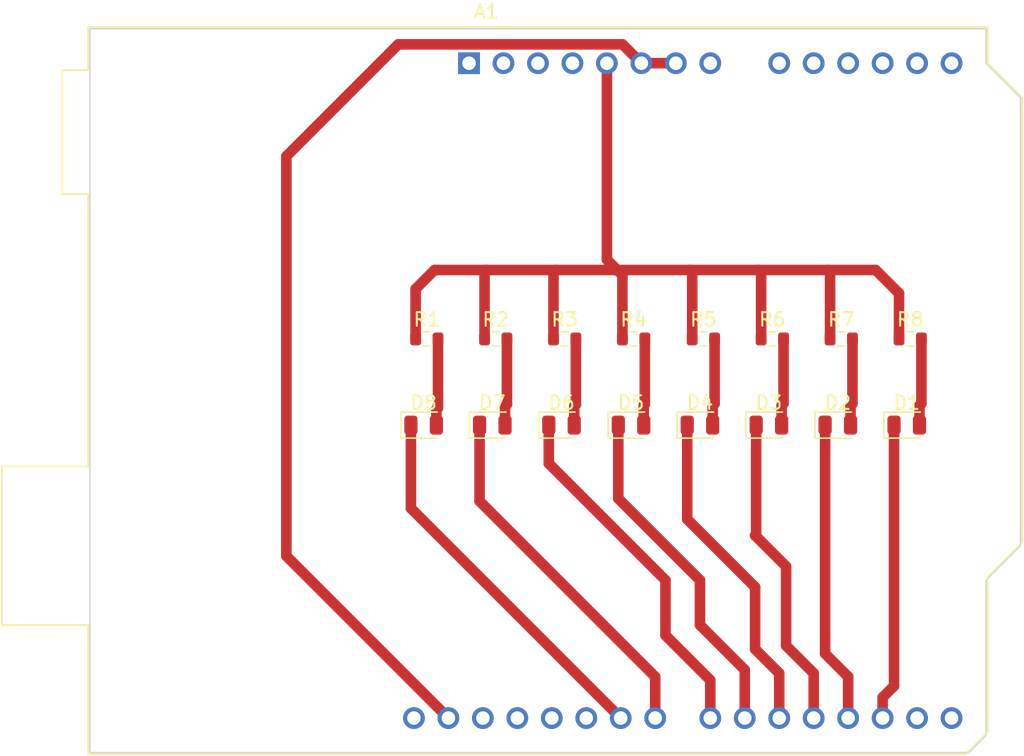
<source format=kicad_pcb>
(kicad_pcb (version 20221018) (generator pcbnew)
  (layers (0 "F.Cu" signal) (31 "B.Cu" signal) (34 "B.Paste" user) (35 "F.Paste" user) (36 "B.SilkS" user "B.Silkscreen") (37 "F.SilkS" user "F.Silkscreen") (38 "B.Mask" user) (39 "F.Mask" user) (44 "Edge.Cuts" user))
  (net 0 "")
  (net 5 "Net-(A1-+5V)")
  (net 6 "GND")
  (net 16 "Net-(A1-D2)")
  (net 17 "Net-(A1-D3)")
  (net 18 "Net-(A1-D4)")
  (net 19 "Net-(A1-D5)")
  (net 20 "Net-(A1-D6)")
  (net 21 "Net-(A1-D7)")
  (net 22 "Net-(A1-D8)")
  (net 23 "Net-(A1-D9)")
  (net 29 "Net-(D1-A)")
  (net 30 "Net-(D2-A)")
  (net 31 "Net-(D3-A)")
  (net 32 "Net-(D4-A)")
  (net 33 "Net-(D5-A)")
  (net 34 "Net-(D6-A)")
  (net 35 "Net-(D7-A)")
  (net 36 "Net-(D8-A)")
  (footprint "Resistor_SMD:R_0603_1608Metric" (layer "F.Cu") (at 151.829 58.42)
    (fp_text reference "R4" (at 0 -1.43) (layer "F.SilkS"))
    (fp_text value "247")
    (fp_line (start -0.237258 -0.5225) (end 0.237258 -0.5225) (stroke (width 0.12)) (layer "F.SilkS"))
    (fp_line (start -0.237258 0.5225) (end 0.237258 0.5225) (stroke (width 0.12)) (layer "F.SilkS"))
    (pad "1" smd roundrect (at -0.825 0) (size 0.8 0.95) (layers "F.Cu" "F.Paste" "F.Mask") (net 5 "Net-(A1-+5V)"))
    (pad "2" smd roundrect (at 0.825 0) (size 0.8 0.95) (layers "F.Cu" "F.Paste" "F.Mask") (net 33 "Net-(D5-A)"))
  )
  (footprint "Module:Arduino_UNO_R2" (layer "F.Cu") (at 139.7 38.1)
    (fp_text reference "A1" (at 1.27 -3.81 180) (layer "F.SilkS"))
    (fp_text value "Arduino_UNO_R2")
    (fp_line (start -34.42 29.72) (end -34.42 41.4) (stroke (width 0.12)) (layer "F.SilkS"))
    (fp_line (start -34.42 41.4) (end -28.07 41.4) (stroke (width 0.12)) (layer "F.SilkS"))
    (fp_line (start -29.97 0.51) (end -29.97 9.65) (stroke (width 0.12)) (layer "F.SilkS"))
    (fp_line (start -29.97 9.65) (end -28.07 9.65) (stroke (width 0.12)) (layer "F.SilkS"))
    (fp_line (start -28.07 -2.67) (end -28.07 0.51) (stroke (width 0.12)) (layer "F.SilkS"))
    (fp_line (start -28.07 0.51) (end -29.97 0.51) (stroke (width 0.12)) (layer "F.SilkS"))
    (fp_line (start -28.07 9.65) (end -28.07 29.72) (stroke (width 0.12)) (layer "F.SilkS"))
    (fp_line (start -28.07 29.72) (end -34.42 29.72) (stroke (width 0.12)) (layer "F.SilkS"))
    (fp_line (start -28.07 41.4) (end -28.07 50.93) (stroke (width 0.12)) (layer "F.SilkS"))
    (fp_line (start -28.07 50.93) (end 36.58 50.93) (stroke (width 0.12)) (layer "F.SilkS"))
    (fp_line (start 36.58 50.93) (end 38.23 49.28) (stroke (width 0.12)) (layer "F.SilkS"))
    (fp_line (start 38.23 -2.67) (end -28.07 -2.67) (stroke (width 0.12)) (layer "F.SilkS"))
    (fp_line (start 38.23 0) (end 38.23 -2.67) (stroke (width 0.12)) (layer "F.SilkS"))
    (fp_line (start 38.23 37.85) (end 40.77 35.31) (stroke (width 0.12)) (layer "F.SilkS"))
    (fp_line (start 38.23 49.28) (end 38.23 37.85) (stroke (width 0.12)) (layer "F.SilkS"))
    (fp_line (start 40.77 2.54) (end 38.23 0) (stroke (width 0.12)) (layer "F.SilkS"))
    (fp_line (start 40.77 35.31) (end 40.77 2.54) (stroke (width 0.12)) (layer "F.SilkS"))
    (pad "1" thru_hole rect (at 0 0 90) (size 1.6 1.6) (drill 1) (layers "*.Cu" "*.Mask"))
    (pad "2" thru_hole oval (at 2.54 0 90) (size 1.6 1.6) (drill 1) (layers "*.Cu" "*.Mask"))
    (pad "3" thru_hole oval (at 5.08 0 90) (size 1.6 1.6) (drill 1) (layers "*.Cu" "*.Mask"))
    (pad "4" thru_hole oval (at 7.62 0 90) (size 1.6 1.6) (drill 1) (layers "*.Cu" "*.Mask"))
    (pad "5" thru_hole oval (at 10.16 0 90) (size 1.6 1.6) (drill 1) (layers "*.Cu" "*.Mask") (net 5 "Net-(A1-+5V)"))
    (pad "6" thru_hole oval (at 12.7 0 90) (size 1.6 1.6) (drill 1) (layers "*.Cu" "*.Mask") (net 6 "GND"))
    (pad "7" thru_hole oval (at 15.24 0 90) (size 1.6 1.6) (drill 1) (layers "*.Cu" "*.Mask") (net 6 "GND"))
    (pad "8" thru_hole oval (at 17.78 0 90) (size 1.6 1.6) (drill 1) (layers "*.Cu" "*.Mask"))
    (pad "9" thru_hole oval (at 22.86 0 90) (size 1.6 1.6) (drill 1) (layers "*.Cu" "*.Mask"))
    (pad "10" thru_hole oval (at 25.4 0 90) (size 1.6 1.6) (drill 1) (layers "*.Cu" "*.Mask"))
    (pad "11" thru_hole oval (at 27.94 0 90) (size 1.6 1.6) (drill 1) (layers "*.Cu" "*.Mask"))
    (pad "12" thru_hole oval (at 30.48 0 90) (size 1.6 1.6) (drill 1) (layers "*.Cu" "*.Mask"))
    (pad "13" thru_hole oval (at 33.02 0 90) (size 1.6 1.6) (drill 1) (layers "*.Cu" "*.Mask"))
    (pad "14" thru_hole oval (at 35.56 0 90) (size 1.6 1.6) (drill 1) (layers "*.Cu" "*.Mask"))
    (pad "15" thru_hole oval (at 35.56 48.26 90) (size 1.6 1.6) (drill 1) (layers "*.Cu" "*.Mask"))
    (pad "16" thru_hole oval (at 33.02 48.26 90) (size 1.6 1.6) (drill 1) (layers "*.Cu" "*.Mask"))
    (pad "17" thru_hole oval (at 30.48 48.26 90) (size 1.6 1.6) (drill 1) (layers "*.Cu" "*.Mask") (net 16 "Net-(A1-D2)"))
    (pad "18" thru_hole oval (at 27.94 48.26 90) (size 1.6 1.6) (drill 1) (layers "*.Cu" "*.Mask") (net 17 "Net-(A1-D3)"))
    (pad "19" thru_hole oval (at 25.4 48.26 90) (size 1.6 1.6) (drill 1) (layers "*.Cu" "*.Mask") (net 18 "Net-(A1-D4)"))
    (pad "20" thru_hole oval (at 22.86 48.26 90) (size 1.6 1.6) (drill 1) (layers "*.Cu" "*.Mask") (net 19 "Net-(A1-D5)"))
    (pad "21" thru_hole oval (at 20.32 48.26 90) (size 1.6 1.6) (drill 1) (layers "*.Cu" "*.Mask") (net 20 "Net-(A1-D6)"))
    (pad "22" thru_hole oval (at 17.78 48.26 90) (size 1.6 1.6) (drill 1) (layers "*.Cu" "*.Mask") (net 21 "Net-(A1-D7)"))
    (pad "23" thru_hole oval (at 13.72 48.26 90) (size 1.6 1.6) (drill 1) (layers "*.Cu" "*.Mask") (net 22 "Net-(A1-D8)"))
    (pad "24" thru_hole oval (at 11.18 48.26 90) (size 1.6 1.6) (drill 1) (layers "*.Cu" "*.Mask") (net 23 "Net-(A1-D9)"))
    (pad "25" thru_hole oval (at 8.64 48.26 90) (size 1.6 1.6) (drill 1) (layers "*.Cu" "*.Mask"))
    (pad "26" thru_hole oval (at 6.1 48.26 90) (size 1.6 1.6) (drill 1) (layers "*.Cu" "*.Mask"))
    (pad "27" thru_hole oval (at 3.56 48.26 90) (size 1.6 1.6) (drill 1) (layers "*.Cu" "*.Mask"))
    (pad "28" thru_hole oval (at 1.02 48.26 90) (size 1.6 1.6) (drill 1) (layers "*.Cu" "*.Mask"))
    (pad "29" thru_hole oval (at -1.52 48.26 90) (size 1.6 1.6) (drill 1) (layers "*.Cu" "*.Mask") (net 6 "GND"))
    (pad "30" thru_hole oval (at -4.06 48.26 90) (size 1.6 1.6) (drill 1) (layers "*.Cu" "*.Mask"))
  )
  (footprint "Resistor_SMD:R_0603_1608Metric" (layer "F.Cu") (at 172.212 58.42)
    (fp_text reference "R8" (at 0 -1.43) (layer "F.SilkS"))
    (fp_text value "247")
    (fp_line (start -0.237258 -0.5225) (end 0.237258 -0.5225) (stroke (width 0.12)) (layer "F.SilkS"))
    (fp_line (start -0.237258 0.5225) (end 0.237258 0.5225) (stroke (width 0.12)) (layer "F.SilkS"))
    (pad "1" smd roundrect (at -0.825 0) (size 0.8 0.95) (layers "F.Cu" "F.Paste" "F.Mask") (net 5 "Net-(A1-+5V)"))
    (pad "2" smd roundrect (at 0.825 0) (size 0.8 0.95) (layers "F.Cu" "F.Paste" "F.Mask") (net 29 "Net-(D1-A)"))
  )
  (footprint "LED_SMD:LED_0805_2012Metric" (layer "F.Cu") (at 141.415 64.77)
    (fp_text reference "D7" (at 0 -1.65) (layer "F.SilkS"))
    (fp_text value "LED")
    (fp_line (start -1.685 -0.96) (end -1.685 0.96) (stroke (width 0.12)) (layer "F.SilkS"))
    (fp_line (start -1.685 0.96) (end 1 0.96) (stroke (width 0.12)) (layer "F.SilkS"))
    (fp_line (start 1 -0.96) (end -1.685 -0.96) (stroke (width 0.12)) (layer "F.SilkS"))
    (pad "1" smd roundrect (at -0.9375 0) (size 0.975 1.4) (layers "F.Cu" "F.Paste" "F.Mask") (net 22 "Net-(A1-D8)"))
    (pad "2" smd roundrect (at 0.9375 0) (size 0.975 1.4) (layers "F.Cu" "F.Paste" "F.Mask") (net 35 "Net-(D7-A)"))
  )
  (footprint "Resistor_SMD:R_0603_1608Metric" (layer "F.Cu") (at 156.972 58.42)
    (fp_text reference "R5" (at 0 -1.43) (layer "F.SilkS"))
    (fp_text value "247")
    (fp_line (start -0.237258 -0.5225) (end 0.237258 -0.5225) (stroke (width 0.12)) (layer "F.SilkS"))
    (fp_line (start -0.237258 0.5225) (end 0.237258 0.5225) (stroke (width 0.12)) (layer "F.SilkS"))
    (pad "1" smd roundrect (at -0.825 0) (size 0.8 0.95) (layers "F.Cu" "F.Paste" "F.Mask") (net 5 "Net-(A1-+5V)"))
    (pad "2" smd roundrect (at 0.825 0) (size 0.8 0.95) (layers "F.Cu" "F.Paste" "F.Mask") (net 32 "Net-(D4-A)"))
  )
  (footprint "Resistor_SMD:R_0603_1608Metric" (layer "F.Cu") (at 141.669 58.42)
    (fp_text reference "R2" (at 0 -1.43) (layer "F.SilkS"))
    (fp_text value "247")
    (fp_line (start -0.237258 -0.5225) (end 0.237258 -0.5225) (stroke (width 0.12)) (layer "F.SilkS"))
    (fp_line (start -0.237258 0.5225) (end 0.237258 0.5225) (stroke (width 0.12)) (layer "F.SilkS"))
    (pad "1" smd roundrect (at -0.825 0) (size 0.8 0.95) (layers "F.Cu" "F.Paste" "F.Mask") (net 5 "Net-(A1-+5V)"))
    (pad "2" smd roundrect (at 0.825 0) (size 0.8 0.95) (layers "F.Cu" "F.Paste" "F.Mask") (net 35 "Net-(D7-A)"))
  )
  (footprint "Resistor_SMD:R_0603_1608Metric" (layer "F.Cu") (at 146.749 58.42)
    (fp_text reference "R3" (at 0 -1.43) (layer "F.SilkS"))
    (fp_text value "247")
    (fp_line (start -0.237258 -0.5225) (end 0.237258 -0.5225) (stroke (width 0.12)) (layer "F.SilkS"))
    (fp_line (start -0.237258 0.5225) (end 0.237258 0.5225) (stroke (width 0.12)) (layer "F.SilkS"))
    (pad "1" smd roundrect (at -0.825 0) (size 0.8 0.95) (layers "F.Cu" "F.Paste" "F.Mask") (net 5 "Net-(A1-+5V)"))
    (pad "2" smd roundrect (at 0.825 0) (size 0.8 0.95) (layers "F.Cu" "F.Paste" "F.Mask") (net 34 "Net-(D6-A)"))
  )
  (footprint "Resistor_SMD:R_0603_1608Metric" (layer "F.Cu") (at 162.052 58.42)
    (fp_text reference "R6" (at 0 -1.43) (layer "F.SilkS"))
    (fp_text value "247")
    (fp_line (start -0.237258 -0.5225) (end 0.237258 -0.5225) (stroke (width 0.12)) (layer "F.SilkS"))
    (fp_line (start -0.237258 0.5225) (end 0.237258 0.5225) (stroke (width 0.12)) (layer "F.SilkS"))
    (pad "1" smd roundrect (at -0.825 0) (size 0.8 0.95) (layers "F.Cu" "F.Paste" "F.Mask") (net 5 "Net-(A1-+5V)"))
    (pad "2" smd roundrect (at 0.825 0) (size 0.8 0.95) (layers "F.Cu" "F.Paste" "F.Mask") (net 31 "Net-(D3-A)"))
  )
  (footprint "Resistor_SMD:R_0603_1608Metric" (layer "F.Cu") (at 167.132 58.42)
    (fp_text reference "R7" (at 0 -1.43) (layer "F.SilkS"))
    (fp_text value "247")
    (fp_line (start -0.237258 -0.5225) (end 0.237258 -0.5225) (stroke (width 0.12)) (layer "F.SilkS"))
    (fp_line (start -0.237258 0.5225) (end 0.237258 0.5225) (stroke (width 0.12)) (layer "F.SilkS"))
    (pad "1" smd roundrect (at -0.825 0) (size 0.8 0.95) (layers "F.Cu" "F.Paste" "F.Mask") (net 5 "Net-(A1-+5V)"))
    (pad "2" smd roundrect (at 0.825 0) (size 0.8 0.95) (layers "F.Cu" "F.Paste" "F.Mask") (net 30 "Net-(D2-A)"))
  )
  (footprint "LED_SMD:LED_0805_2012Metric" (layer "F.Cu") (at 171.958 64.77)
    (fp_text reference "D1" (at 0 -1.65) (layer "F.SilkS"))
    (fp_text value "LED")
    (fp_line (start -1.685 -0.96) (end -1.685 0.96) (stroke (width 0.12)) (layer "F.SilkS"))
    (fp_line (start -1.685 0.96) (end 1 0.96) (stroke (width 0.12)) (layer "F.SilkS"))
    (fp_line (start 1 -0.96) (end -1.685 -0.96) (stroke (width 0.12)) (layer "F.SilkS"))
    (pad "1" smd roundrect (at -0.9375 0) (size 0.975 1.4) (layers "F.Cu" "F.Paste" "F.Mask") (net 16 "Net-(A1-D2)"))
    (pad "2" smd roundrect (at 0.9375 0) (size 0.975 1.4) (layers "F.Cu" "F.Paste" "F.Mask") (net 29 "Net-(D1-A)"))
  )
  (footprint "LED_SMD:LED_0805_2012Metric" (layer "F.Cu") (at 166.878 64.77)
    (fp_text reference "D2" (at 0 -1.65) (layer "F.SilkS"))
    (fp_text value "LED")
    (fp_line (start -1.685 -0.96) (end -1.685 0.96) (stroke (width 0.12)) (layer "F.SilkS"))
    (fp_line (start -1.685 0.96) (end 1 0.96) (stroke (width 0.12)) (layer "F.SilkS"))
    (fp_line (start 1 -0.96) (end -1.685 -0.96) (stroke (width 0.12)) (layer "F.SilkS"))
    (pad "1" smd roundrect (at -0.9375 0) (size 0.975 1.4) (layers "F.Cu" "F.Paste" "F.Mask") (net 17 "Net-(A1-D3)"))
    (pad "2" smd roundrect (at 0.9375 0) (size 0.975 1.4) (layers "F.Cu" "F.Paste" "F.Mask") (net 30 "Net-(D2-A)"))
  )
  (footprint "Resistor_SMD:R_0603_1608Metric" (layer "F.Cu") (at 136.589 58.42)
    (fp_text reference "R1" (at 0 -1.43) (layer "F.SilkS"))
    (fp_text value "247")
    (fp_line (start -0.237258 -0.5225) (end 0.237258 -0.5225) (stroke (width 0.12)) (layer "F.SilkS"))
    (fp_line (start -0.237258 0.5225) (end 0.237258 0.5225) (stroke (width 0.12)) (layer "F.SilkS"))
    (pad "1" smd roundrect (at -0.825 0) (size 0.8 0.95) (layers "F.Cu" "F.Paste" "F.Mask") (net 5 "Net-(A1-+5V)"))
    (pad "2" smd roundrect (at 0.825 0) (size 0.8 0.95) (layers "F.Cu" "F.Paste" "F.Mask") (net 36 "Net-(D8-A)"))
  )
  (footprint "LED_SMD:LED_0805_2012Metric" (layer "F.Cu") (at 156.718 64.77)
    (fp_text reference "D4" (at 0 -1.65) (layer "F.SilkS"))
    (fp_text value "LED")
    (fp_line (start -1.685 -0.96) (end -1.685 0.96) (stroke (width 0.12)) (layer "F.SilkS"))
    (fp_line (start -1.685 0.96) (end 1 0.96) (stroke (width 0.12)) (layer "F.SilkS"))
    (fp_line (start 1 -0.96) (end -1.685 -0.96) (stroke (width 0.12)) (layer "F.SilkS"))
    (pad "1" smd roundrect (at -0.9375 0) (size 0.975 1.4) (layers "F.Cu" "F.Paste" "F.Mask") (net 19 "Net-(A1-D5)"))
    (pad "2" smd roundrect (at 0.9375 0) (size 0.975 1.4) (layers "F.Cu" "F.Paste" "F.Mask") (net 32 "Net-(D4-A)"))
  )
  (footprint "LED_SMD:LED_0805_2012Metric" (layer "F.Cu") (at 146.515 64.77)
    (fp_text reference "D6" (at 0 -1.65) (layer "F.SilkS"))
    (fp_text value "LED")
    (fp_line (start -1.685 -0.96) (end -1.685 0.96) (stroke (width 0.12)) (layer "F.SilkS"))
    (fp_line (start -1.685 0.96) (end 1 0.96) (stroke (width 0.12)) (layer "F.SilkS"))
    (fp_line (start 1 -0.96) (end -1.685 -0.96) (stroke (width 0.12)) (layer "F.SilkS"))
    (pad "1" smd roundrect (at -0.9375 0) (size 0.975 1.4) (layers "F.Cu" "F.Paste" "F.Mask") (net 21 "Net-(A1-D7)"))
    (pad "2" smd roundrect (at 0.9375 0) (size 0.975 1.4) (layers "F.Cu" "F.Paste" "F.Mask") (net 34 "Net-(D6-A)"))
  )
  (footprint "LED_SMD:LED_0805_2012Metric" (layer "F.Cu") (at 136.355 64.77)
    (fp_text reference "D8" (at 0 -1.65) (layer "F.SilkS"))
    (fp_text value "LED")
    (fp_line (start -1.685 -0.96) (end -1.685 0.96) (stroke (width 0.12)) (layer "F.SilkS"))
    (fp_line (start -1.685 0.96) (end 1 0.96) (stroke (width 0.12)) (layer "F.SilkS"))
    (fp_line (start 1 -0.96) (end -1.685 -0.96) (stroke (width 0.12)) (layer "F.SilkS"))
    (pad "1" smd roundrect (at -0.9375 0) (size 0.975 1.4) (layers "F.Cu" "F.Paste" "F.Mask") (net 23 "Net-(A1-D9)"))
    (pad "2" smd roundrect (at 0.9375 0) (size 0.975 1.4) (layers "F.Cu" "F.Paste" "F.Mask") (net 36 "Net-(D8-A)"))
  )
  (footprint "LED_SMD:LED_0805_2012Metric" (layer "F.Cu") (at 161.798 64.77)
    (fp_text reference "D3" (at 0 -1.65) (layer "F.SilkS"))
    (fp_text value "LED")
    (fp_line (start -1.685 -0.96) (end -1.685 0.96) (stroke (width 0.12)) (layer "F.SilkS"))
    (fp_line (start -1.685 0.96) (end 1 0.96) (stroke (width 0.12)) (layer "F.SilkS"))
    (fp_line (start 1 -0.96) (end -1.685 -0.96) (stroke (width 0.12)) (layer "F.SilkS"))
    (pad "1" smd roundrect (at -0.9375 0) (size 0.975 1.4) (layers "F.Cu" "F.Paste" "F.Mask") (net 18 "Net-(A1-D4)"))
    (pad "2" smd roundrect (at 0.9375 0) (size 0.975 1.4) (layers "F.Cu" "F.Paste" "F.Mask") (net 31 "Net-(D3-A)"))
  )
  (footprint "LED_SMD:LED_0805_2012Metric" (layer "F.Cu") (at 151.638 64.77)
    (fp_text reference "D5" (at 0 -1.65) (layer "F.SilkS"))
    (fp_text value "LED")
    (fp_line (start -1.685 -0.96) (end -1.685 0.96) (stroke (width 0.12)) (layer "F.SilkS"))
    (fp_line (start -1.685 0.96) (end 1 0.96) (stroke (width 0.12)) (layer "F.SilkS"))
    (fp_line (start 1 -0.96) (end -1.685 -0.96) (stroke (width 0.12)) (layer "F.SilkS"))
    (pad "1" smd roundrect (at -0.9375 0) (size 0.975 1.4) (layers "F.Cu" "F.Paste" "F.Mask") (net 20 "Net-(A1-D6)"))
    (pad "2" smd roundrect (at 0.9375 0) (size 0.975 1.4) (layers "F.Cu" "F.Paste" "F.Mask") (net 33 "Net-(D5-A)"))
  )
  (gr_poly (pts (xy 111.76 35.56) (xy 177.8 35.56) (xy 177.8 38.1) (xy 180.34 40.64) (xy 180.34 73.66) (xy 177.8 76.2) (xy 177.8 87.63) (xy 176.53 88.9) (xy 111.76 88.9)) (stroke (width 0.1)) (fill none) (layer "Edge.Cuts"))
  (segment (start 169.672 53.34) (end 171.387 55.055) (width 0.78) (layer "F.Cu") (net 5))
  (segment (start 140.844 58.42) (end 140.844 53.466) (width 0.78) (layer "F.Cu") (net 5))
  (segment (start 156.147 58.42) (end 156.147 53.531) (width 0.78) (layer "F.Cu") (net 5))
  (segment (start 161.227 53.531) (end 161.036 53.34) (width 0.78) (layer "F.Cu") (net 5))
  (segment (start 151.004 58.42) (end 151.004 53.722) (width 0.78) (layer "F.Cu") (net 5))
  (segment (start 140.97 53.34) (end 146.05 53.34) (width 0.78) (layer "F.Cu") (net 5))
  (segment (start 166.307 58.42) (end 166.307 53.531) (width 0.78) (layer "F.Cu") (net 5))
  (segment (start 149.86 52.578) (end 149.86 38.1) (width 0.78) (layer "F.Cu") (net 5))
  (segment (start 155.956 53.34) (end 161.036 53.34) (width 0.78) (layer "F.Cu") (net 5))
  (segment (start 166.307 53.531) (end 166.116 53.34) (width 0.78) (layer "F.Cu") (net 5))
  (segment (start 135.764 54.736) (end 137.16 53.34) (width 0.78) (layer "F.Cu") (net 5))
  (segment (start 150.622 53.34) (end 149.86 52.578) (width 0.78) (layer "F.Cu") (net 5))
  (segment (start 161.036 53.34) (end 166.116 53.34) (width 0.78) (layer "F.Cu") (net 5))
  (segment (start 146.05 53.34) (end 150.622 53.34) (width 0.78) (layer "F.Cu") (net 5))
  (segment (start 135.764 58.42) (end 135.764 54.736) (width 0.78) (layer "F.Cu") (net 5))
  (segment (start 161.227 58.42) (end 161.227 53.531) (width 0.78) (layer "F.Cu") (net 5))
  (segment (start 145.924 58.42) (end 145.924 53.466) (width 0.78) (layer "F.Cu") (net 5))
  (segment (start 145.924 53.466) (end 146.05 53.34) (width 0.78) (layer "F.Cu") (net 5))
  (segment (start 156.147 53.531) (end 155.956 53.34) (width 0.78) (layer "F.Cu") (net 5))
  (segment (start 137.16 53.34) (end 140.97 53.34) (width 0.78) (layer "F.Cu") (net 5))
  (segment (start 150.622 53.34) (end 155.956 53.34) (width 0.78) (layer "F.Cu") (net 5))
  (segment (start 151.004 53.722) (end 150.622 53.34) (width 0.78) (layer "F.Cu") (net 5))
  (segment (start 171.387 55.055) (end 171.387 58.42) (width 0.78) (layer "F.Cu") (net 5))
  (segment (start 166.116 53.34) (end 169.672 53.34) (width 0.78) (layer "F.Cu") (net 5))
  (segment (start 140.844 53.466) (end 140.97 53.34) (width 0.78) (layer "F.Cu") (net 5))
  (segment (start 126.238 74.418) (end 138.18 86.36) (width 0.78) (layer "F.Cu") (net 6))
  (segment (start 152.4 38.1) (end 151.01 36.71) (width 0.78) (layer "F.Cu") (net 6))
  (segment (start 152.4 38.1) (end 154.94 38.1) (width 0.78) (layer "F.Cu") (net 6))
  (segment (start 151.01 36.71) (end 134.486 36.71) (width 0.78) (layer "F.Cu") (net 6))
  (segment (start 134.486 36.71) (end 126.238 44.958) (width 0.78) (layer "F.Cu") (net 6))
  (segment (start 126.238 44.958) (end 126.238 74.418) (width 0.78) (layer "F.Cu") (net 6))
  (segment (start 171.0205 83.9955) (end 171.0205 64.77) (width 0.78) (layer "F.Cu") (net 16))
  (segment (start 170.18 84.836) (end 171.0205 83.9955) (width 0.78) (layer "F.Cu") (net 16))
  (segment (start 170.18 86.36) (end 170.18 84.836) (width 0.78) (layer "F.Cu") (net 16))
  (segment (start 167.64 86.36) (end 167.64 83.312) (width 0.78) (layer "F.Cu") (net 17))
  (segment (start 167.64 83.312) (end 165.9405 81.6125) (width 0.78) (layer "F.Cu") (net 17))
  (segment (start 165.9405 81.6125) (end 165.9405 64.77) (width 0.78) (layer "F.Cu") (net 17))
  (segment (start 163.068 75.184) (end 160.782 72.898) (width 0.78) (layer "F.Cu") (net 18))
  (segment (start 160.8605 72.8195) (end 160.8605 64.77) (width 0.78) (layer "F.Cu") (net 18))
  (segment (start 165.1 83.058) (end 163.068 81.026) (width 0.78) (layer "F.Cu") (net 18))
  (segment (start 163.068 81.026) (end 163.068 75.184) (width 0.78) (layer "F.Cu") (net 18))
  (segment (start 160.782 72.898) (end 160.8605 72.8195) (width 0.78) (layer "F.Cu") (net 18))
  (segment (start 165.1 86.36) (end 165.1 83.058) (width 0.78) (layer "F.Cu") (net 18))
  (segment (start 160.782 81.28) (end 160.782 76.708) (width 0.78) (layer "F.Cu") (net 19))
  (segment (start 162.56 83.058) (end 160.782 81.28) (width 0.78) (layer "F.Cu") (net 19))
  (segment (start 162.56 86.36) (end 162.56 83.058) (width 0.78) (layer "F.Cu") (net 19))
  (segment (start 155.7805 71.7065) (end 155.7805 64.77) (width 0.78) (layer "F.Cu") (net 19))
  (segment (start 160.782 76.708) (end 155.7805 71.7065) (width 0.78) (layer "F.Cu") (net 19))
  (segment (start 156.718 76.2) (end 150.7005 70.1825) (width 0.78) (layer "F.Cu") (net 20))
  (segment (start 160.02 86.36) (end 160.02 82.804) (width 0.78) (layer "F.Cu") (net 20))
  (segment (start 160.02 82.804) (end 156.718 79.502) (width 0.78) (layer "F.Cu") (net 20))
  (segment (start 150.7005 70.1825) (end 150.7005 64.77) (width 0.78) (layer "F.Cu") (net 20))
  (segment (start 156.718 79.502) (end 156.718 76.2) (width 0.78) (layer "F.Cu") (net 20))
  (segment (start 157.48 83.566) (end 154.178 80.264) (width 0.78) (layer "F.Cu") (net 21))
  (segment (start 154.178 76.2) (end 145.5775 67.5995) (width 0.78) (layer "F.Cu") (net 21))
  (segment (start 145.5775 67.5995) (end 145.5775 64.77) (width 0.78) (layer "F.Cu") (net 21))
  (segment (start 157.48 86.36) (end 157.48 83.566) (width 0.78) (layer "F.Cu") (net 21))
  (segment (start 154.178 80.264) (end 154.178 76.2) (width 0.78) (layer "F.Cu") (net 21))
  (segment (start 140.4775 70.3735) (end 140.4775 64.77) (width 0.78) (layer "F.Cu") (net 22))
  (segment (start 153.42 86.36) (end 153.42 83.316) (width 0.78) (layer "F.Cu") (net 22))
  (segment (start 153.42 83.316) (end 140.4775 70.3735) (width 0.78) (layer "F.Cu") (net 22))
  (segment (start 135.4175 70.8975) (end 135.4175 64.77) (width 0.78) (layer "F.Cu") (net 23))
  (segment (start 150.88 86.36) (end 135.4175 70.8975) (width 0.78) (layer "F.Cu") (net 23))
  (segment (start 173.037 63.183) (end 173.037 58.42) (width 0.78) (layer "F.Cu") (net 29))
  (segment (start 172.8955 63.3245) (end 173.037 63.183) (width 0.78) (layer "F.Cu") (net 29))
  (segment (start 172.8955 64.77) (end 172.8955 63.3245) (width 0.78) (layer "F.Cu") (net 29))
  (segment (start 167.957 63.183) (end 167.957 58.42) (width 0.78) (layer "F.Cu") (net 30))
  (segment (start 167.8155 64.77) (end 167.8155 63.3245) (width 0.78) (layer "F.Cu") (net 30))
  (segment (start 167.8155 63.3245) (end 167.957 63.183) (width 0.78) (layer "F.Cu") (net 30))
  (segment (start 162.7355 64.77) (end 162.7355 63.3245) (width 0.78) (layer "F.Cu") (net 31))
  (segment (start 162.877 63.183) (end 162.877 58.42) (width 0.78) (layer "F.Cu") (net 31))
  (segment (start 162.7355 63.3245) (end 162.877 63.183) (width 0.78) (layer "F.Cu") (net 31))
  (segment (start 157.6555 64.77) (end 157.6555 63.3245) (width 0.78) (layer "F.Cu") (net 32))
  (segment (start 157.6555 63.3245) (end 157.797 63.183) (width 0.78) (layer "F.Cu") (net 32))
  (segment (start 157.797 63.183) (end 157.797 58.42) (width 0.78) (layer "F.Cu") (net 32))
  (segment (start 152.5755 63.3245) (end 152.654 63.246) (width 0.78) (layer "F.Cu") (net 33))
  (segment (start 152.654 63.246) (end 152.654 58.42) (width 0.78) (layer "F.Cu") (net 33))
  (segment (start 152.5755 64.77) (end 152.5755 63.3245) (width 0.78) (layer "F.Cu") (net 33))
  (segment (start 147.574 63.246) (end 147.574 58.42) (width 0.78) (layer "F.Cu") (net 34))
  (segment (start 147.4525 63.3675) (end 147.574 63.246) (width 0.78) (layer "F.Cu") (net 34))
  (segment (start 147.4525 64.77) (end 147.4525 63.3675) (width 0.78) (layer "F.Cu") (net 34))
  (segment (start 142.3525 64.77) (end 142.3525 63.3875) (width 0.78) (layer "F.Cu") (net 35))
  (segment (start 142.494 63.246) (end 142.494 58.42) (width 0.78) (layer "F.Cu") (net 35))
  (segment (start 142.3525 63.3875) (end 142.494 63.246) (width 0.78) (layer "F.Cu") (net 35))
  (segment (start 137.2925 63.6215) (end 137.414 63.5) (width 0.78) (layer "F.Cu") (net 36))
  (segment (start 137.414 63.5) (end 137.414 58.42) (width 0.78) (layer "F.Cu") (net 36))
  (segment (start 137.2925 64.77) (end 137.2925 63.6215) (width 0.78) (layer "F.Cu") (net 36))
)
</source>
